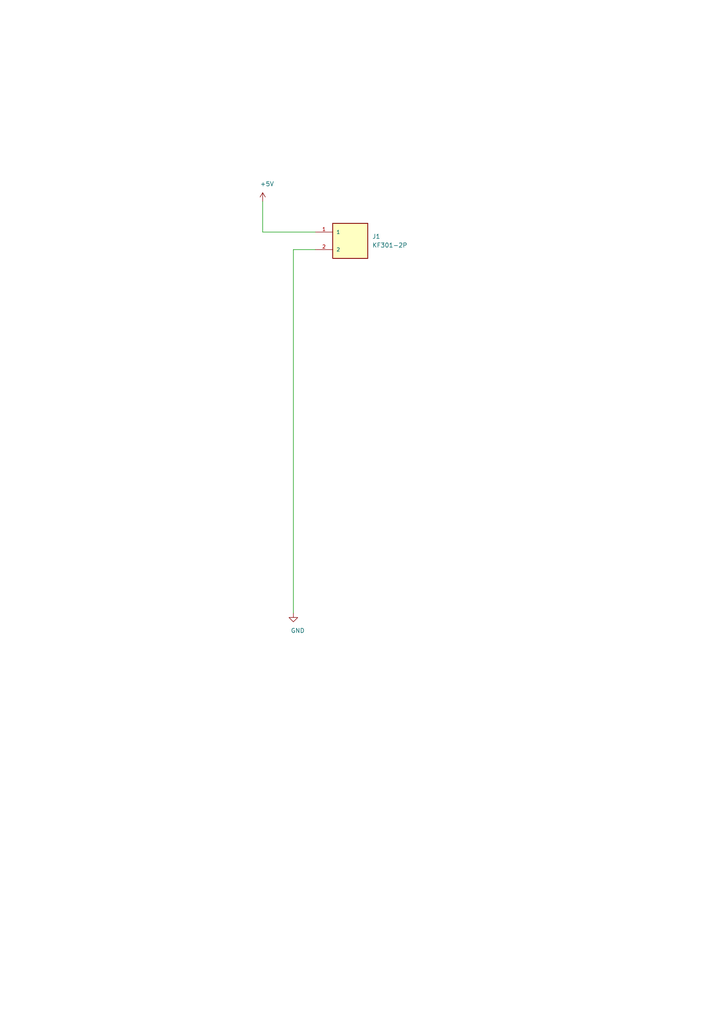
<source format=kicad_sch>
(kicad_sch (version 20210126) (generator eeschema)
  (paper "A4" portrait)
  (title_block (title "Power Adapter 5V (terminal block to terminal block with sensor I/O)") (date "2021-03-03") (rev "0.1"))
  (lib_symbols
    (symbol "KF301-2P:KF301-2P" (pin_names (offset 1.016))
      (property "Reference" "J" (at -5.08 5.842 0))
      (property "Value" "KF301-2P" (at -5.08 -7.62 0))
      (symbol "KF301-2P_0_0"
        (rectangle (start -5.08 -5.08) (end 5.08 5.08) (stroke (width 0.254)) (fill (type background)))
        (pin passive line (at -10.16 2.54 0) (length 5.08) (name "1") (number "1"))
        (pin passive line (at -10.16 -2.54 0) (length 5.08) (name "2") (number "2"))
      )
    )
    (symbol "power:+5V" (power) (pin_names (offset 0))
      (property "Value" "+5V" (at 0 3.556 0))
      (symbol "+5V_0_1"
        (polyline (pts (xy -0.762 1.27) (xy 0 2.54)))
        (polyline (pts (xy 0 0) (xy 0 2.54)))
        (polyline (pts (xy 0 2.54) (xy 0.762 1.27)))
      )
      (symbol "+5V_1_1"
        (pin power_in line (at 0 0 90) (length 0) hide (name "+5V") (number "1"))
      )
    )
    (symbol "power:GND" (power) (pin_names (offset 0))
      (property "Value" "GND" (at 0 -3.81 0))
      (symbol "GND_0_1"
        (polyline (pts (xy 0 0) (xy 0 -1.27) (xy 1.27 -1.27) (xy 0 -2.54) (xy -1.27 -1.27) (xy 0 -1.27)))
      )
      (symbol "GND_1_1"
        (pin power_in line (at 0 0 270) (length 0) hide (name "GND") (number "1"))
      )
    )
  )
  (wire (pts (xy 76.2 67.31) (xy 76.2 58.42)))
  (wire (pts (xy 76.2 67.31) (xy 91.44 67.31)))
  (wire (pts (xy 85.09 72.39) (xy 85.09 177.8)))
  (wire (pts (xy 91.44 72.39) (xy 85.09 72.39)))
  (symbol (lib_id "power:+5V") (at 76.2 58.42 0) (unit 1)
    (property "Reference" "#PWR?" (effects hide))
    (property "Value" "+5V" (at 77.47 53.34 0))
  )
  (symbol (lib_id "power:GND") (at 85.09 177.8 0) (unit 1)
    (property "Reference" "#PWR?" (effects hide))
    (property "Value" "GND" (at 86.36 182.88 0))
  )
  (symbol (lib_id "KF301-2P:KF301-2P") (at 101.6 69.85 0) (unit 1)
    (property "Reference" "J1" (at 107.95 68.58 0) (effects (justify left)))
    (property "Value" "KF301-2P" (at 107.95 71.12 0) (effects (justify left)))
    (property "Footprint" "KF301-2P:HANDSON_KF301-2P" (effects hide))
    (property "MAXIMUM_PACKAGE_HEIGHT" "10mm" (effects hide))
    (property "STANDARD" "Manufacturer Recommendations" (effects hide))
    (property "PARTREV" "NA" (effects hide))
    (property "MANUFACTURER" "Handson Technology" (effects hide))
  )
)
</source>
